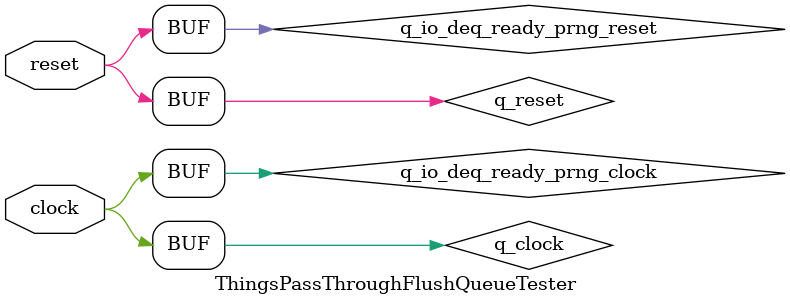
<source format=v>
module Queue(
  input   clock,
  input   reset,
  output  io_enq_ready,
  input   io_enq_valid,
  input   io_enq_bits,
  input   io_deq_ready,
  output  io_deq_valid,
  output  io_deq_bits
);
`ifdef RANDOMIZE_MEM_INIT
  reg [31:0] _RAND_0;
`endif // RANDOMIZE_MEM_INIT
`ifdef RANDOMIZE_REG_INIT
  reg [31:0] _RAND_1;
`endif // RANDOMIZE_REG_INIT
  reg  ram [0:0]; // @[Decoupled.scala 259:95]
  wire  ram_io_deq_bits_MPORT_en; // @[Decoupled.scala 259:95]
  wire  ram_io_deq_bits_MPORT_addr; // @[Decoupled.scala 259:95]
  wire  ram_io_deq_bits_MPORT_data; // @[Decoupled.scala 259:95]
  wire  ram_MPORT_data; // @[Decoupled.scala 259:95]
  wire  ram_MPORT_addr; // @[Decoupled.scala 259:95]
  wire  ram_MPORT_mask; // @[Decoupled.scala 259:95]
  wire  ram_MPORT_en; // @[Decoupled.scala 259:95]
  reg  maybe_full; // @[Decoupled.scala 262:27]
  wire  empty = ~maybe_full; // @[Decoupled.scala 264:28]
  wire  do_enq = io_enq_ready & io_enq_valid; // @[Decoupled.scala 50:35]
  wire  do_deq = io_deq_ready & io_deq_valid; // @[Decoupled.scala 50:35]
  assign ram_io_deq_bits_MPORT_en = 1'h1;
  assign ram_io_deq_bits_MPORT_addr = 1'h0;
  assign ram_io_deq_bits_MPORT_data = ram[ram_io_deq_bits_MPORT_addr]; // @[Decoupled.scala 259:95]
  assign ram_MPORT_data = io_enq_bits;
  assign ram_MPORT_addr = 1'h0;
  assign ram_MPORT_mask = 1'h1;
  assign ram_MPORT_en = io_enq_ready & io_enq_valid;
  assign io_enq_ready = ~maybe_full; // @[Decoupled.scala 289:19]
  assign io_deq_valid = ~empty; // @[Decoupled.scala 288:19]
  assign io_deq_bits = ram_io_deq_bits_MPORT_data; // @[Decoupled.scala 296:17]
  always @(posedge clock) begin
    if (ram_MPORT_en & ram_MPORT_mask) begin
      ram[ram_MPORT_addr] <= ram_MPORT_data; // @[Decoupled.scala 259:95]
    end
    if (reset) begin // @[Decoupled.scala 262:27]
      maybe_full <= 1'h0; // @[Decoupled.scala 262:27]
    end else if (do_enq != do_deq) begin // @[Decoupled.scala 279:27]
      maybe_full <= do_enq; // @[Decoupled.scala 280:16]
    end
  end
// Register and memory initialization
`ifdef RANDOMIZE_GARBAGE_ASSIGN
`define RANDOMIZE
`endif
`ifdef RANDOMIZE_INVALID_ASSIGN
`define RANDOMIZE
`endif
`ifdef RANDOMIZE_REG_INIT
`define RANDOMIZE
`endif
`ifdef RANDOMIZE_MEM_INIT
`define RANDOMIZE
`endif
`ifndef RANDOM
`define RANDOM $random
`endif
`ifdef RANDOMIZE_MEM_INIT
  integer initvar;
`endif
`ifndef SYNTHESIS
`ifdef FIRRTL_BEFORE_INITIAL
`FIRRTL_BEFORE_INITIAL
`endif
initial begin
  `ifdef RANDOMIZE
    `ifdef INIT_RANDOM
      `INIT_RANDOM
    `endif
    `ifndef VERILATOR
      `ifdef RANDOMIZE_DELAY
        #`RANDOMIZE_DELAY begin end
      `else
        #0.002 begin end
      `endif
    `endif
`ifdef RANDOMIZE_MEM_INIT
  _RAND_0 = {1{`RANDOM}};
  for (initvar = 0; initvar < 1; initvar = initvar+1)
    ram[initvar] = _RAND_0[0:0];
`endif // RANDOMIZE_MEM_INIT
`ifdef RANDOMIZE_REG_INIT
  _RAND_1 = {1{`RANDOM}};
  maybe_full = _RAND_1[0:0];
`endif // RANDOMIZE_REG_INIT
  `endif // RANDOMIZE
end // initial
`ifdef FIRRTL_AFTER_INITIAL
`FIRRTL_AFTER_INITIAL
`endif
`endif // SYNTHESIS
endmodule
module MaxPeriodFibonacciLFSR(
  input   clock,
  input   reset,
  output  io_out_0,
  output  io_out_1,
  output  io_out_2,
  output  io_out_3,
  output  io_out_4,
  output  io_out_5,
  output  io_out_6,
  output  io_out_7,
  output  io_out_8,
  output  io_out_9,
  output  io_out_10,
  output  io_out_11,
  output  io_out_12,
  output  io_out_13,
  output  io_out_14,
  output  io_out_15
);
`ifdef RANDOMIZE_REG_INIT
  reg [31:0] _RAND_0;
  reg [31:0] _RAND_1;
  reg [31:0] _RAND_2;
  reg [31:0] _RAND_3;
  reg [31:0] _RAND_4;
  reg [31:0] _RAND_5;
  reg [31:0] _RAND_6;
  reg [31:0] _RAND_7;
  reg [31:0] _RAND_8;
  reg [31:0] _RAND_9;
  reg [31:0] _RAND_10;
  reg [31:0] _RAND_11;
  reg [31:0] _RAND_12;
  reg [31:0] _RAND_13;
  reg [31:0] _RAND_14;
  reg [31:0] _RAND_15;
`endif // RANDOMIZE_REG_INIT
  reg  state_0; // @[PRNG.scala 55:49]
  reg  state_1; // @[PRNG.scala 55:49]
  reg  state_2; // @[PRNG.scala 55:49]
  reg  state_3; // @[PRNG.scala 55:49]
  reg  state_4; // @[PRNG.scala 55:49]
  reg  state_5; // @[PRNG.scala 55:49]
  reg  state_6; // @[PRNG.scala 55:49]
  reg  state_7; // @[PRNG.scala 55:49]
  reg  state_8; // @[PRNG.scala 55:49]
  reg  state_9; // @[PRNG.scala 55:49]
  reg  state_10; // @[PRNG.scala 55:49]
  reg  state_11; // @[PRNG.scala 55:49]
  reg  state_12; // @[PRNG.scala 55:49]
  reg  state_13; // @[PRNG.scala 55:49]
  reg  state_14; // @[PRNG.scala 55:49]
  reg  state_15; // @[PRNG.scala 55:49]
  wire  _T_2 = state_15 ^ state_13 ^ state_12 ^ state_10; // @[LFSR.scala 15:41]
  assign io_out_0 = state_0; // @[PRNG.scala 78:10]
  assign io_out_1 = state_1; // @[PRNG.scala 78:10]
  assign io_out_2 = state_2; // @[PRNG.scala 78:10]
  assign io_out_3 = state_3; // @[PRNG.scala 78:10]
  assign io_out_4 = state_4; // @[PRNG.scala 78:10]
  assign io_out_5 = state_5; // @[PRNG.scala 78:10]
  assign io_out_6 = state_6; // @[PRNG.scala 78:10]
  assign io_out_7 = state_7; // @[PRNG.scala 78:10]
  assign io_out_8 = state_8; // @[PRNG.scala 78:10]
  assign io_out_9 = state_9; // @[PRNG.scala 78:10]
  assign io_out_10 = state_10; // @[PRNG.scala 78:10]
  assign io_out_11 = state_11; // @[PRNG.scala 78:10]
  assign io_out_12 = state_12; // @[PRNG.scala 78:10]
  assign io_out_13 = state_13; // @[PRNG.scala 78:10]
  assign io_out_14 = state_14; // @[PRNG.scala 78:10]
  assign io_out_15 = state_15; // @[PRNG.scala 78:10]
  always @(posedge clock) begin
    state_0 <= reset | _T_2; // @[PRNG.scala 55:{49,49}]
    if (reset) begin // @[PRNG.scala 55:49]
      state_1 <= 1'h0; // @[PRNG.scala 55:49]
    end else begin
      state_1 <= state_0;
    end
    if (reset) begin // @[PRNG.scala 55:49]
      state_2 <= 1'h0; // @[PRNG.scala 55:49]
    end else begin
      state_2 <= state_1;
    end
    if (reset) begin // @[PRNG.scala 55:49]
      state_3 <= 1'h0; // @[PRNG.scala 55:49]
    end else begin
      state_3 <= state_2;
    end
    if (reset) begin // @[PRNG.scala 55:49]
      state_4 <= 1'h0; // @[PRNG.scala 55:49]
    end else begin
      state_4 <= state_3;
    end
    if (reset) begin // @[PRNG.scala 55:49]
      state_5 <= 1'h0; // @[PRNG.scala 55:49]
    end else begin
      state_5 <= state_4;
    end
    if (reset) begin // @[PRNG.scala 55:49]
      state_6 <= 1'h0; // @[PRNG.scala 55:49]
    end else begin
      state_6 <= state_5;
    end
    if (reset) begin // @[PRNG.scala 55:49]
      state_7 <= 1'h0; // @[PRNG.scala 55:49]
    end else begin
      state_7 <= state_6;
    end
    if (reset) begin // @[PRNG.scala 55:49]
      state_8 <= 1'h0; // @[PRNG.scala 55:49]
    end else begin
      state_8 <= state_7;
    end
    if (reset) begin // @[PRNG.scala 55:49]
      state_9 <= 1'h0; // @[PRNG.scala 55:49]
    end else begin
      state_9 <= state_8;
    end
    if (reset) begin // @[PRNG.scala 55:49]
      state_10 <= 1'h0; // @[PRNG.scala 55:49]
    end else begin
      state_10 <= state_9;
    end
    if (reset) begin // @[PRNG.scala 55:49]
      state_11 <= 1'h0; // @[PRNG.scala 55:49]
    end else begin
      state_11 <= state_10;
    end
    if (reset) begin // @[PRNG.scala 55:49]
      state_12 <= 1'h0; // @[PRNG.scala 55:49]
    end else begin
      state_12 <= state_11;
    end
    if (reset) begin // @[PRNG.scala 55:49]
      state_13 <= 1'h0; // @[PRNG.scala 55:49]
    end else begin
      state_13 <= state_12;
    end
    if (reset) begin // @[PRNG.scala 55:49]
      state_14 <= 1'h0; // @[PRNG.scala 55:49]
    end else begin
      state_14 <= state_13;
    end
    if (reset) begin // @[PRNG.scala 55:49]
      state_15 <= 1'h0; // @[PRNG.scala 55:49]
    end else begin
      state_15 <= state_14;
    end
  end
// Register and memory initialization
`ifdef RANDOMIZE_GARBAGE_ASSIGN
`define RANDOMIZE
`endif
`ifdef RANDOMIZE_INVALID_ASSIGN
`define RANDOMIZE
`endif
`ifdef RANDOMIZE_REG_INIT
`define RANDOMIZE
`endif
`ifdef RANDOMIZE_MEM_INIT
`define RANDOMIZE
`endif
`ifndef RANDOM
`define RANDOM $random
`endif
`ifdef RANDOMIZE_MEM_INIT
  integer initvar;
`endif
`ifndef SYNTHESIS
`ifdef FIRRTL_BEFORE_INITIAL
`FIRRTL_BEFORE_INITIAL
`endif
initial begin
  `ifdef RANDOMIZE
    `ifdef INIT_RANDOM
      `INIT_RANDOM
    `endif
    `ifndef VERILATOR
      `ifdef RANDOMIZE_DELAY
        #`RANDOMIZE_DELAY begin end
      `else
        #0.002 begin end
      `endif
    `endif
`ifdef RANDOMIZE_REG_INIT
  _RAND_0 = {1{`RANDOM}};
  state_0 = _RAND_0[0:0];
  _RAND_1 = {1{`RANDOM}};
  state_1 = _RAND_1[0:0];
  _RAND_2 = {1{`RANDOM}};
  state_2 = _RAND_2[0:0];
  _RAND_3 = {1{`RANDOM}};
  state_3 = _RAND_3[0:0];
  _RAND_4 = {1{`RANDOM}};
  state_4 = _RAND_4[0:0];
  _RAND_5 = {1{`RANDOM}};
  state_5 = _RAND_5[0:0];
  _RAND_6 = {1{`RANDOM}};
  state_6 = _RAND_6[0:0];
  _RAND_7 = {1{`RANDOM}};
  state_7 = _RAND_7[0:0];
  _RAND_8 = {1{`RANDOM}};
  state_8 = _RAND_8[0:0];
  _RAND_9 = {1{`RANDOM}};
  state_9 = _RAND_9[0:0];
  _RAND_10 = {1{`RANDOM}};
  state_10 = _RAND_10[0:0];
  _RAND_11 = {1{`RANDOM}};
  state_11 = _RAND_11[0:0];
  _RAND_12 = {1{`RANDOM}};
  state_12 = _RAND_12[0:0];
  _RAND_13 = {1{`RANDOM}};
  state_13 = _RAND_13[0:0];
  _RAND_14 = {1{`RANDOM}};
  state_14 = _RAND_14[0:0];
  _RAND_15 = {1{`RANDOM}};
  state_15 = _RAND_15[0:0];
`endif // RANDOMIZE_REG_INIT
  `endif // RANDOMIZE
end // initial
`ifdef FIRRTL_AFTER_INITIAL
`FIRRTL_AFTER_INITIAL
`endif
`endif // SYNTHESIS
endmodule
module ThingsPassThroughFlushQueueTester(
  input   clock,
  input   reset
);
`ifdef RANDOMIZE_REG_INIT
  reg [31:0] _RAND_0;
  reg [31:0] _RAND_1;
`endif // RANDOMIZE_REG_INIT
  wire  q_clock; // @[QueueSpec.scala 20:17]
  wire  q_reset; // @[QueueSpec.scala 20:17]
  wire  q_io_enq_ready; // @[QueueSpec.scala 20:17]
  wire  q_io_enq_valid; // @[QueueSpec.scala 20:17]
  wire  q_io_enq_bits; // @[QueueSpec.scala 20:17]
  wire  q_io_deq_ready; // @[QueueSpec.scala 20:17]
  wire  q_io_deq_valid; // @[QueueSpec.scala 20:17]
  wire  q_io_deq_bits; // @[QueueSpec.scala 20:17]
  wire  q_io_deq_ready_prng_clock; // @[PRNG.scala 91:22]
  wire  q_io_deq_ready_prng_reset; // @[PRNG.scala 91:22]
  wire  q_io_deq_ready_prng_io_out_0; // @[PRNG.scala 91:22]
  wire  q_io_deq_ready_prng_io_out_1; // @[PRNG.scala 91:22]
  wire  q_io_deq_ready_prng_io_out_2; // @[PRNG.scala 91:22]
  wire  q_io_deq_ready_prng_io_out_3; // @[PRNG.scala 91:22]
  wire  q_io_deq_ready_prng_io_out_4; // @[PRNG.scala 91:22]
  wire  q_io_deq_ready_prng_io_out_5; // @[PRNG.scala 91:22]
  wire  q_io_deq_ready_prng_io_out_6; // @[PRNG.scala 91:22]
  wire  q_io_deq_ready_prng_io_out_7; // @[PRNG.scala 91:22]
  wire  q_io_deq_ready_prng_io_out_8; // @[PRNG.scala 91:22]
  wire  q_io_deq_ready_prng_io_out_9; // @[PRNG.scala 91:22]
  wire  q_io_deq_ready_prng_io_out_10; // @[PRNG.scala 91:22]
  wire  q_io_deq_ready_prng_io_out_11; // @[PRNG.scala 91:22]
  wire  q_io_deq_ready_prng_io_out_12; // @[PRNG.scala 91:22]
  wire  q_io_deq_ready_prng_io_out_13; // @[PRNG.scala 91:22]
  wire  q_io_deq_ready_prng_io_out_14; // @[PRNG.scala 91:22]
  wire  q_io_deq_ready_prng_io_out_15; // @[PRNG.scala 91:22]
  reg [4:0] value; // @[Counter.scala 62:40]
  reg [4:0] value_1; // @[Counter.scala 62:40]
  wire [7:0] q_io_deq_ready_lo = {q_io_deq_ready_prng_io_out_7,q_io_deq_ready_prng_io_out_6,q_io_deq_ready_prng_io_out_5
    ,q_io_deq_ready_prng_io_out_4,q_io_deq_ready_prng_io_out_3,q_io_deq_ready_prng_io_out_2,q_io_deq_ready_prng_io_out_1
    ,q_io_deq_ready_prng_io_out_0}; // @[PRNG.scala 95:17]
  wire [15:0] _q_io_deq_ready_T = {q_io_deq_ready_prng_io_out_15,q_io_deq_ready_prng_io_out_14,
    q_io_deq_ready_prng_io_out_13,q_io_deq_ready_prng_io_out_12,q_io_deq_ready_prng_io_out_11,
    q_io_deq_ready_prng_io_out_10,q_io_deq_ready_prng_io_out_9,q_io_deq_ready_prng_io_out_8,q_io_deq_ready_lo}; // @[PRNG.scala 95:17]
  wire  _GEN_7 = 5'h7 == value ? 1'h0 : 5'h6 == value | (5'h5 == value | (5'h4 == value | (5'h3 == value | (5'h2 ==
    value | 5'h1 == value)))); // @[QueueSpec.scala 30:{17,17}]
  wire  _GEN_8 = 5'h8 == value ? 1'h0 : _GEN_7; // @[QueueSpec.scala 30:{17,17}]
  wire  _GEN_16 = 5'h10 == value ? 1'h0 : 5'hf == value | (5'he == value | (5'hd == value | (5'hc == value | (5'hb ==
    value | (5'ha == value | (5'h9 == value | _GEN_8)))))); // @[QueueSpec.scala 30:{17,17}]
  wire  _GEN_17 = 5'h11 == value ? 1'h0 : _GEN_16; // @[QueueSpec.scala 30:{17,17}]
  wire  _GEN_18 = 5'h12 == value ? 1'h0 : _GEN_17; // @[QueueSpec.scala 30:{17,17}]
  wire  _T = q_io_enq_ready & q_io_enq_valid; // @[Decoupled.scala 50:35]
  wire  wrap = value == 5'h14; // @[Counter.scala 74:24]
  wire [4:0] _value_T_1 = value + 5'h1; // @[Counter.scala 78:24]
  wire  _T_1 = q_io_deq_ready & q_io_deq_valid; // @[Decoupled.scala 50:35]
  wire  _GEN_29 = 5'h7 == value_1 ? 1'h0 : 5'h6 == value_1 | (5'h5 == value_1 | (5'h4 == value_1 | (5'h3 == value_1 | (5'h2
     == value_1 | 5'h1 == value_1)))); // @[QueueSpec.scala 36:{32,32}]
  wire  _GEN_30 = 5'h8 == value_1 ? 1'h0 : _GEN_29; // @[QueueSpec.scala 36:{32,32}]
  wire  _GEN_38 = 5'h10 == value_1 ? 1'h0 : 5'hf == value_1 | (5'he == value_1 | (5'hd == value_1 | (5'hc == value_1 | (5'hb
     == value_1 | (5'ha == value_1 | (5'h9 == value_1 | _GEN_30)))))); // @[QueueSpec.scala 36:{32,32}]
  wire  _GEN_39 = 5'h11 == value_1 ? 1'h0 : _GEN_38; // @[QueueSpec.scala 36:{32,32}]
  wire  _GEN_40 = 5'h12 == value_1 ? 1'h0 : _GEN_39; // @[QueueSpec.scala 36:{32,32}]
  wire  _T_4 = ~reset; // @[QueueSpec.scala 36:11]
  wire  wrap_1 = value_1 == 5'h14; // @[Counter.scala 74:24]
  wire [4:0] _value_T_3 = value_1 + 5'h1; // @[Counter.scala 78:24]
  Queue q ( // @[QueueSpec.scala 20:17]
    .clock(q_clock),
    .reset(q_reset),
    .io_enq_ready(q_io_enq_ready),
    .io_enq_valid(q_io_enq_valid),
    .io_enq_bits(q_io_enq_bits),
    .io_deq_ready(q_io_deq_ready),
    .io_deq_valid(q_io_deq_valid),
    .io_deq_bits(q_io_deq_bits)
  );
  MaxPeriodFibonacciLFSR q_io_deq_ready_prng ( // @[PRNG.scala 91:22]
    .clock(q_io_deq_ready_prng_clock),
    .reset(q_io_deq_ready_prng_reset),
    .io_out_0(q_io_deq_ready_prng_io_out_0),
    .io_out_1(q_io_deq_ready_prng_io_out_1),
    .io_out_2(q_io_deq_ready_prng_io_out_2),
    .io_out_3(q_io_deq_ready_prng_io_out_3),
    .io_out_4(q_io_deq_ready_prng_io_out_4),
    .io_out_5(q_io_deq_ready_prng_io_out_5),
    .io_out_6(q_io_deq_ready_prng_io_out_6),
    .io_out_7(q_io_deq_ready_prng_io_out_7),
    .io_out_8(q_io_deq_ready_prng_io_out_8),
    .io_out_9(q_io_deq_ready_prng_io_out_9),
    .io_out_10(q_io_deq_ready_prng_io_out_10),
    .io_out_11(q_io_deq_ready_prng_io_out_11),
    .io_out_12(q_io_deq_ready_prng_io_out_12),
    .io_out_13(q_io_deq_ready_prng_io_out_13),
    .io_out_14(q_io_deq_ready_prng_io_out_14),
    .io_out_15(q_io_deq_ready_prng_io_out_15)
  );
  assign q_clock = clock;
  assign q_reset = reset;
  assign q_io_enq_valid = value < 5'h14; // @[QueueSpec.scala 27:34]
  assign q_io_enq_bits = 5'h13 == value | _GEN_18; // @[QueueSpec.scala 30:{17,17}]
  assign q_io_deq_ready = _q_io_deq_ready_T[12]; // @[QueueSpec.scala 28:29]
  assign q_io_deq_ready_prng_clock = clock;
  assign q_io_deq_ready_prng_reset = reset;
  always @(posedge clock) begin
    if (reset) begin // @[Counter.scala 62:40]
      value <= 5'h0; // @[Counter.scala 62:40]
    end else if (_T) begin // @[QueueSpec.scala 31:23]
      if (wrap) begin // @[Counter.scala 88:20]
        value <= 5'h0; // @[Counter.scala 88:28]
      end else begin
        value <= _value_T_1; // @[Counter.scala 78:15]
      end
    end
    if (reset) begin // @[Counter.scala 62:40]
      value_1 <= 5'h0; // @[Counter.scala 62:40]
    end else if (_T_1) begin // @[QueueSpec.scala 34:23]
      if (wrap_1) begin // @[Counter.scala 88:20]
        value_1 <= 5'h0; // @[Counter.scala 88:28]
      end else begin
        value_1 <= _value_T_3; // @[Counter.scala 78:15]
      end
    end
    `ifndef SYNTHESIS
    `ifdef STOP_COND
      if (`STOP_COND) begin
    `endif
        if (_T_1 & ~reset & ~((5'h13 == value_1 | _GEN_40) == q_io_deq_bits)) begin
          $fatal; // @[QueueSpec.scala 36:11]
        end
    `ifdef STOP_COND
      end
    `endif
    `endif // SYNTHESIS
    `ifndef SYNTHESIS
    `ifdef PRINTF_COND
      if (`PRINTF_COND) begin
    `endif
        if (_T_1 & ~reset & ~((5'h13 == value_1 | _GEN_40) == q_io_deq_bits)) begin
          $fwrite(32'h80000002,
            "Assertion failed\n    at QueueSpec.scala:36 assert(elems(outCnt.value) === q.io.deq.bits)\n"); // @[QueueSpec.scala 36:11]
        end
    `ifdef PRINTF_COND
      end
    `endif
    `endif // SYNTHESIS
    `ifndef SYNTHESIS
    `ifdef STOP_COND
      if (`STOP_COND) begin
    `endif
        if (wrap_1 & _T_4) begin
          $finish; // @[QueueSpec.scala 40:9]
        end
    `ifdef STOP_COND
      end
    `endif
    `endif // SYNTHESIS
  end
// Register and memory initialization
`ifdef RANDOMIZE_GARBAGE_ASSIGN
`define RANDOMIZE
`endif
`ifdef RANDOMIZE_INVALID_ASSIGN
`define RANDOMIZE
`endif
`ifdef RANDOMIZE_REG_INIT
`define RANDOMIZE
`endif
`ifdef RANDOMIZE_MEM_INIT
`define RANDOMIZE
`endif
`ifndef RANDOM
`define RANDOM $random
`endif
`ifdef RANDOMIZE_MEM_INIT
  integer initvar;
`endif
`ifndef SYNTHESIS
`ifdef FIRRTL_BEFORE_INITIAL
`FIRRTL_BEFORE_INITIAL
`endif
initial begin
  `ifdef RANDOMIZE
    `ifdef INIT_RANDOM
      `INIT_RANDOM
    `endif
    `ifndef VERILATOR
      `ifdef RANDOMIZE_DELAY
        #`RANDOMIZE_DELAY begin end
      `else
        #0.002 begin end
      `endif
    `endif
`ifdef RANDOMIZE_REG_INIT
  _RAND_0 = {1{`RANDOM}};
  value = _RAND_0[4:0];
  _RAND_1 = {1{`RANDOM}};
  value_1 = _RAND_1[4:0];
`endif // RANDOMIZE_REG_INIT
  `endif // RANDOMIZE
end // initial
`ifdef FIRRTL_AFTER_INITIAL
`FIRRTL_AFTER_INITIAL
`endif
`endif // SYNTHESIS
endmodule

</source>
